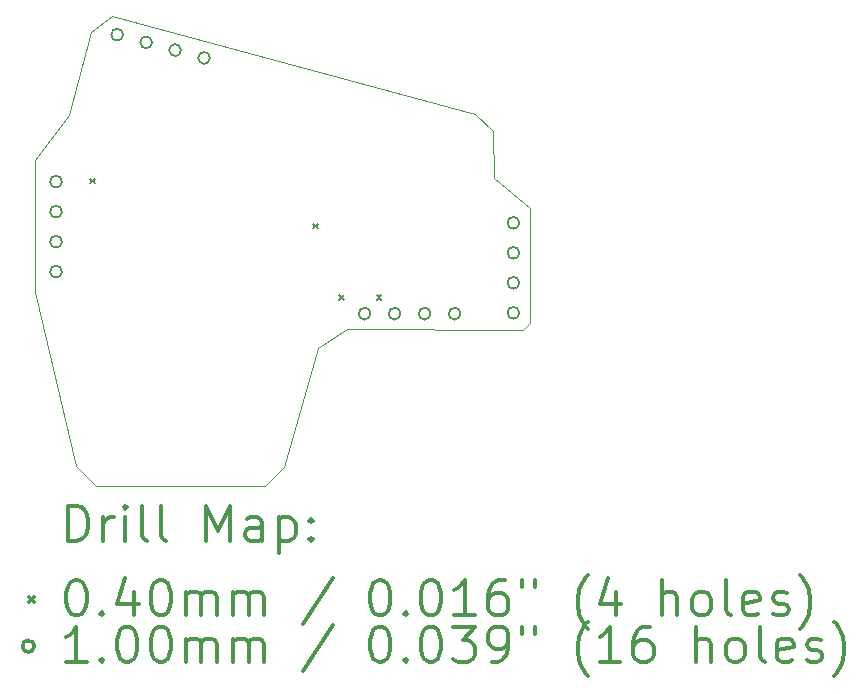
<source format=gbr>
%FSLAX45Y45*%
G04 Gerber Fmt 4.5, Leading zero omitted, Abs format (unit mm)*
G04 Created by KiCad (PCBNEW (5.1.4)-1) date 2023-09-09 05:27:59*
%MOMM*%
%LPD*%
G04 APERTURE LIST*
%ADD10C,0.050000*%
%ADD11C,0.200000*%
%ADD12C,0.300000*%
G04 APERTURE END LIST*
D10*
X-6865125Y-36816943D02*
X-6622125Y-36663943D01*
X-8745125Y-37986943D02*
X-7315125Y-37986943D01*
X-7315125Y-37986943D02*
X-7155125Y-37826943D01*
X-7155125Y-37826943D02*
X-6865125Y-36816943D01*
X-9266270Y-36347075D02*
X-8915125Y-37816943D01*
X-6622125Y-36663943D02*
X-5127980Y-36664473D01*
X-8915125Y-37816943D02*
X-8745125Y-37986943D01*
X-5073509Y-36608864D02*
X-5127980Y-36664473D01*
X-9266125Y-36346943D02*
X-9265596Y-35232941D01*
X-8976724Y-34849596D02*
X-8786120Y-34143027D01*
X-8976724Y-34849596D02*
X-9265596Y-35232941D01*
X-8786120Y-34143027D02*
X-8608823Y-34012429D01*
X-5536125Y-34837148D02*
X-5380301Y-34987247D01*
X-8608823Y-34012429D02*
X-5536125Y-34837148D01*
X-5379118Y-35379366D02*
X-5380301Y-34987247D01*
X-5073899Y-35635660D02*
X-5379118Y-35379366D01*
X-5073509Y-36608864D02*
X-5073899Y-35635660D01*
D11*
X-8796000Y-35386000D02*
X-8756000Y-35426000D01*
X-8756000Y-35386000D02*
X-8796000Y-35426000D01*
X-6910000Y-35767000D02*
X-6870000Y-35807000D01*
X-6870000Y-35767000D02*
X-6910000Y-35807000D01*
X-6685000Y-36372000D02*
X-6645000Y-36412000D01*
X-6645000Y-36372000D02*
X-6685000Y-36412000D01*
X-6369000Y-36372000D02*
X-6329000Y-36412000D01*
X-6329000Y-36372000D02*
X-6369000Y-36412000D01*
X-8516875Y-34167493D02*
G75*
G03X-8516875Y-34167493I-50000J0D01*
G01*
X-8271530Y-34233233D02*
G75*
G03X-8271530Y-34233233I-50000J0D01*
G01*
X-8026184Y-34298973D02*
G75*
G03X-8026184Y-34298973I-50000J0D01*
G01*
X-7780839Y-34364713D02*
G75*
G03X-7780839Y-34364713I-50000J0D01*
G01*
X-5162301Y-35761357D02*
G75*
G03X-5162301Y-35761357I-50000J0D01*
G01*
X-5162301Y-36015357D02*
G75*
G03X-5162301Y-36015357I-50000J0D01*
G01*
X-5162301Y-36269357D02*
G75*
G03X-5162301Y-36269357I-50000J0D01*
G01*
X-5162301Y-36523357D02*
G75*
G03X-5162301Y-36523357I-50000J0D01*
G01*
X-9034551Y-35412910D02*
G75*
G03X-9034551Y-35412910I-50000J0D01*
G01*
X-9034551Y-35666910D02*
G75*
G03X-9034551Y-35666910I-50000J0D01*
G01*
X-9034551Y-35920910D02*
G75*
G03X-9034551Y-35920910I-50000J0D01*
G01*
X-9034551Y-36174910D02*
G75*
G03X-9034551Y-36174910I-50000J0D01*
G01*
X-6421387Y-36530105D02*
G75*
G03X-6421387Y-36530105I-50000J0D01*
G01*
X-6167387Y-36530105D02*
G75*
G03X-6167387Y-36530105I-50000J0D01*
G01*
X-5913387Y-36530105D02*
G75*
G03X-5913387Y-36530105I-50000J0D01*
G01*
X-5659387Y-36530105D02*
G75*
G03X-5659387Y-36530105I-50000J0D01*
G01*
D12*
X-8982342Y-38455157D02*
X-8982342Y-38155157D01*
X-8910913Y-38155157D01*
X-8868056Y-38169443D01*
X-8839484Y-38198014D01*
X-8825199Y-38226586D01*
X-8810913Y-38283728D01*
X-8810913Y-38326586D01*
X-8825199Y-38383728D01*
X-8839484Y-38412300D01*
X-8868056Y-38440871D01*
X-8910913Y-38455157D01*
X-8982342Y-38455157D01*
X-8682342Y-38455157D02*
X-8682342Y-38255157D01*
X-8682342Y-38312300D02*
X-8668056Y-38283728D01*
X-8653770Y-38269443D01*
X-8625199Y-38255157D01*
X-8596627Y-38255157D01*
X-8496627Y-38455157D02*
X-8496627Y-38255157D01*
X-8496627Y-38155157D02*
X-8510913Y-38169443D01*
X-8496627Y-38183728D01*
X-8482342Y-38169443D01*
X-8496627Y-38155157D01*
X-8496627Y-38183728D01*
X-8310913Y-38455157D02*
X-8339484Y-38440871D01*
X-8353770Y-38412300D01*
X-8353770Y-38155157D01*
X-8153770Y-38455157D02*
X-8182342Y-38440871D01*
X-8196627Y-38412300D01*
X-8196627Y-38155157D01*
X-7810913Y-38455157D02*
X-7810913Y-38155157D01*
X-7710913Y-38369443D01*
X-7610913Y-38155157D01*
X-7610913Y-38455157D01*
X-7339484Y-38455157D02*
X-7339484Y-38298014D01*
X-7353770Y-38269443D01*
X-7382342Y-38255157D01*
X-7439484Y-38255157D01*
X-7468056Y-38269443D01*
X-7339484Y-38440871D02*
X-7368056Y-38455157D01*
X-7439484Y-38455157D01*
X-7468056Y-38440871D01*
X-7482342Y-38412300D01*
X-7482342Y-38383728D01*
X-7468056Y-38355157D01*
X-7439484Y-38340871D01*
X-7368056Y-38340871D01*
X-7339484Y-38326586D01*
X-7196627Y-38255157D02*
X-7196627Y-38555157D01*
X-7196627Y-38269443D02*
X-7168056Y-38255157D01*
X-7110913Y-38255157D01*
X-7082342Y-38269443D01*
X-7068056Y-38283728D01*
X-7053770Y-38312300D01*
X-7053770Y-38398014D01*
X-7068056Y-38426586D01*
X-7082342Y-38440871D01*
X-7110913Y-38455157D01*
X-7168056Y-38455157D01*
X-7196627Y-38440871D01*
X-6925199Y-38426586D02*
X-6910913Y-38440871D01*
X-6925199Y-38455157D01*
X-6939484Y-38440871D01*
X-6925199Y-38426586D01*
X-6925199Y-38455157D01*
X-6925199Y-38269443D02*
X-6910913Y-38283728D01*
X-6925199Y-38298014D01*
X-6939484Y-38283728D01*
X-6925199Y-38269443D01*
X-6925199Y-38298014D01*
X-9308770Y-38929443D02*
X-9268770Y-38969443D01*
X-9268770Y-38929443D02*
X-9308770Y-38969443D01*
X-8925199Y-38785157D02*
X-8896627Y-38785157D01*
X-8868056Y-38799443D01*
X-8853770Y-38813728D01*
X-8839484Y-38842300D01*
X-8825199Y-38899443D01*
X-8825199Y-38970871D01*
X-8839484Y-39028014D01*
X-8853770Y-39056586D01*
X-8868056Y-39070871D01*
X-8896627Y-39085157D01*
X-8925199Y-39085157D01*
X-8953770Y-39070871D01*
X-8968056Y-39056586D01*
X-8982342Y-39028014D01*
X-8996627Y-38970871D01*
X-8996627Y-38899443D01*
X-8982342Y-38842300D01*
X-8968056Y-38813728D01*
X-8953770Y-38799443D01*
X-8925199Y-38785157D01*
X-8696627Y-39056586D02*
X-8682342Y-39070871D01*
X-8696627Y-39085157D01*
X-8710913Y-39070871D01*
X-8696627Y-39056586D01*
X-8696627Y-39085157D01*
X-8425199Y-38885157D02*
X-8425199Y-39085157D01*
X-8496627Y-38770871D02*
X-8568056Y-38985157D01*
X-8382342Y-38985157D01*
X-8210913Y-38785157D02*
X-8182342Y-38785157D01*
X-8153770Y-38799443D01*
X-8139484Y-38813728D01*
X-8125199Y-38842300D01*
X-8110913Y-38899443D01*
X-8110913Y-38970871D01*
X-8125199Y-39028014D01*
X-8139484Y-39056586D01*
X-8153770Y-39070871D01*
X-8182342Y-39085157D01*
X-8210913Y-39085157D01*
X-8239484Y-39070871D01*
X-8253770Y-39056586D01*
X-8268056Y-39028014D01*
X-8282342Y-38970871D01*
X-8282342Y-38899443D01*
X-8268056Y-38842300D01*
X-8253770Y-38813728D01*
X-8239484Y-38799443D01*
X-8210913Y-38785157D01*
X-7982342Y-39085157D02*
X-7982342Y-38885157D01*
X-7982342Y-38913728D02*
X-7968056Y-38899443D01*
X-7939484Y-38885157D01*
X-7896627Y-38885157D01*
X-7868056Y-38899443D01*
X-7853770Y-38928014D01*
X-7853770Y-39085157D01*
X-7853770Y-38928014D02*
X-7839484Y-38899443D01*
X-7810913Y-38885157D01*
X-7768056Y-38885157D01*
X-7739484Y-38899443D01*
X-7725199Y-38928014D01*
X-7725199Y-39085157D01*
X-7582342Y-39085157D02*
X-7582342Y-38885157D01*
X-7582342Y-38913728D02*
X-7568056Y-38899443D01*
X-7539484Y-38885157D01*
X-7496627Y-38885157D01*
X-7468056Y-38899443D01*
X-7453770Y-38928014D01*
X-7453770Y-39085157D01*
X-7453770Y-38928014D02*
X-7439484Y-38899443D01*
X-7410913Y-38885157D01*
X-7368056Y-38885157D01*
X-7339484Y-38899443D01*
X-7325199Y-38928014D01*
X-7325199Y-39085157D01*
X-6739484Y-38770871D02*
X-6996627Y-39156586D01*
X-6353770Y-38785157D02*
X-6325199Y-38785157D01*
X-6296627Y-38799443D01*
X-6282342Y-38813728D01*
X-6268056Y-38842300D01*
X-6253770Y-38899443D01*
X-6253770Y-38970871D01*
X-6268056Y-39028014D01*
X-6282342Y-39056586D01*
X-6296627Y-39070871D01*
X-6325199Y-39085157D01*
X-6353770Y-39085157D01*
X-6382342Y-39070871D01*
X-6396627Y-39056586D01*
X-6410913Y-39028014D01*
X-6425199Y-38970871D01*
X-6425199Y-38899443D01*
X-6410913Y-38842300D01*
X-6396627Y-38813728D01*
X-6382342Y-38799443D01*
X-6353770Y-38785157D01*
X-6125199Y-39056586D02*
X-6110913Y-39070871D01*
X-6125199Y-39085157D01*
X-6139484Y-39070871D01*
X-6125199Y-39056586D01*
X-6125199Y-39085157D01*
X-5925199Y-38785157D02*
X-5896627Y-38785157D01*
X-5868056Y-38799443D01*
X-5853770Y-38813728D01*
X-5839484Y-38842300D01*
X-5825199Y-38899443D01*
X-5825199Y-38970871D01*
X-5839484Y-39028014D01*
X-5853770Y-39056586D01*
X-5868056Y-39070871D01*
X-5896627Y-39085157D01*
X-5925199Y-39085157D01*
X-5953770Y-39070871D01*
X-5968056Y-39056586D01*
X-5982342Y-39028014D01*
X-5996627Y-38970871D01*
X-5996627Y-38899443D01*
X-5982342Y-38842300D01*
X-5968056Y-38813728D01*
X-5953770Y-38799443D01*
X-5925199Y-38785157D01*
X-5539484Y-39085157D02*
X-5710913Y-39085157D01*
X-5625199Y-39085157D02*
X-5625199Y-38785157D01*
X-5653770Y-38828014D01*
X-5682342Y-38856586D01*
X-5710913Y-38870871D01*
X-5282342Y-38785157D02*
X-5339484Y-38785157D01*
X-5368056Y-38799443D01*
X-5382342Y-38813728D01*
X-5410913Y-38856586D01*
X-5425199Y-38913728D01*
X-5425199Y-39028014D01*
X-5410913Y-39056586D01*
X-5396627Y-39070871D01*
X-5368056Y-39085157D01*
X-5310913Y-39085157D01*
X-5282342Y-39070871D01*
X-5268056Y-39056586D01*
X-5253770Y-39028014D01*
X-5253770Y-38956586D01*
X-5268056Y-38928014D01*
X-5282342Y-38913728D01*
X-5310913Y-38899443D01*
X-5368056Y-38899443D01*
X-5396627Y-38913728D01*
X-5410913Y-38928014D01*
X-5425199Y-38956586D01*
X-5139484Y-38785157D02*
X-5139484Y-38842300D01*
X-5025199Y-38785157D02*
X-5025199Y-38842300D01*
X-4582342Y-39199443D02*
X-4596627Y-39185157D01*
X-4625199Y-39142300D01*
X-4639484Y-39113728D01*
X-4653770Y-39070871D01*
X-4668056Y-38999443D01*
X-4668056Y-38942300D01*
X-4653770Y-38870871D01*
X-4639484Y-38828014D01*
X-4625199Y-38799443D01*
X-4596627Y-38756586D01*
X-4582342Y-38742300D01*
X-4339484Y-38885157D02*
X-4339484Y-39085157D01*
X-4410913Y-38770871D02*
X-4482342Y-38985157D01*
X-4296627Y-38985157D01*
X-3953770Y-39085157D02*
X-3953770Y-38785157D01*
X-3825199Y-39085157D02*
X-3825199Y-38928014D01*
X-3839484Y-38899443D01*
X-3868056Y-38885157D01*
X-3910913Y-38885157D01*
X-3939484Y-38899443D01*
X-3953770Y-38913728D01*
X-3639484Y-39085157D02*
X-3668056Y-39070871D01*
X-3682342Y-39056586D01*
X-3696627Y-39028014D01*
X-3696627Y-38942300D01*
X-3682342Y-38913728D01*
X-3668056Y-38899443D01*
X-3639484Y-38885157D01*
X-3596627Y-38885157D01*
X-3568056Y-38899443D01*
X-3553770Y-38913728D01*
X-3539484Y-38942300D01*
X-3539484Y-39028014D01*
X-3553770Y-39056586D01*
X-3568056Y-39070871D01*
X-3596627Y-39085157D01*
X-3639484Y-39085157D01*
X-3368056Y-39085157D02*
X-3396627Y-39070871D01*
X-3410913Y-39042300D01*
X-3410913Y-38785157D01*
X-3139484Y-39070871D02*
X-3168056Y-39085157D01*
X-3225199Y-39085157D01*
X-3253770Y-39070871D01*
X-3268056Y-39042300D01*
X-3268056Y-38928014D01*
X-3253770Y-38899443D01*
X-3225199Y-38885157D01*
X-3168056Y-38885157D01*
X-3139484Y-38899443D01*
X-3125199Y-38928014D01*
X-3125199Y-38956586D01*
X-3268056Y-38985157D01*
X-3010913Y-39070871D02*
X-2982342Y-39085157D01*
X-2925199Y-39085157D01*
X-2896627Y-39070871D01*
X-2882342Y-39042300D01*
X-2882342Y-39028014D01*
X-2896627Y-38999443D01*
X-2925199Y-38985157D01*
X-2968056Y-38985157D01*
X-2996627Y-38970871D01*
X-3010913Y-38942300D01*
X-3010913Y-38928014D01*
X-2996627Y-38899443D01*
X-2968056Y-38885157D01*
X-2925199Y-38885157D01*
X-2896627Y-38899443D01*
X-2782342Y-39199443D02*
X-2768056Y-39185157D01*
X-2739484Y-39142300D01*
X-2725199Y-39113728D01*
X-2710913Y-39070871D01*
X-2696627Y-38999443D01*
X-2696627Y-38942300D01*
X-2710913Y-38870871D01*
X-2725199Y-38828014D01*
X-2739484Y-38799443D01*
X-2768056Y-38756586D01*
X-2782342Y-38742300D01*
X-9268770Y-39345443D02*
G75*
G03X-9268770Y-39345443I-50000J0D01*
G01*
X-8825199Y-39481157D02*
X-8996627Y-39481157D01*
X-8910913Y-39481157D02*
X-8910913Y-39181157D01*
X-8939484Y-39224014D01*
X-8968056Y-39252586D01*
X-8996627Y-39266871D01*
X-8696627Y-39452586D02*
X-8682342Y-39466871D01*
X-8696627Y-39481157D01*
X-8710913Y-39466871D01*
X-8696627Y-39452586D01*
X-8696627Y-39481157D01*
X-8496627Y-39181157D02*
X-8468056Y-39181157D01*
X-8439484Y-39195443D01*
X-8425199Y-39209728D01*
X-8410913Y-39238300D01*
X-8396627Y-39295443D01*
X-8396627Y-39366871D01*
X-8410913Y-39424014D01*
X-8425199Y-39452586D01*
X-8439484Y-39466871D01*
X-8468056Y-39481157D01*
X-8496627Y-39481157D01*
X-8525199Y-39466871D01*
X-8539484Y-39452586D01*
X-8553770Y-39424014D01*
X-8568056Y-39366871D01*
X-8568056Y-39295443D01*
X-8553770Y-39238300D01*
X-8539484Y-39209728D01*
X-8525199Y-39195443D01*
X-8496627Y-39181157D01*
X-8210913Y-39181157D02*
X-8182342Y-39181157D01*
X-8153770Y-39195443D01*
X-8139484Y-39209728D01*
X-8125199Y-39238300D01*
X-8110913Y-39295443D01*
X-8110913Y-39366871D01*
X-8125199Y-39424014D01*
X-8139484Y-39452586D01*
X-8153770Y-39466871D01*
X-8182342Y-39481157D01*
X-8210913Y-39481157D01*
X-8239484Y-39466871D01*
X-8253770Y-39452586D01*
X-8268056Y-39424014D01*
X-8282342Y-39366871D01*
X-8282342Y-39295443D01*
X-8268056Y-39238300D01*
X-8253770Y-39209728D01*
X-8239484Y-39195443D01*
X-8210913Y-39181157D01*
X-7982342Y-39481157D02*
X-7982342Y-39281157D01*
X-7982342Y-39309728D02*
X-7968056Y-39295443D01*
X-7939484Y-39281157D01*
X-7896627Y-39281157D01*
X-7868056Y-39295443D01*
X-7853770Y-39324014D01*
X-7853770Y-39481157D01*
X-7853770Y-39324014D02*
X-7839484Y-39295443D01*
X-7810913Y-39281157D01*
X-7768056Y-39281157D01*
X-7739484Y-39295443D01*
X-7725199Y-39324014D01*
X-7725199Y-39481157D01*
X-7582342Y-39481157D02*
X-7582342Y-39281157D01*
X-7582342Y-39309728D02*
X-7568056Y-39295443D01*
X-7539484Y-39281157D01*
X-7496627Y-39281157D01*
X-7468056Y-39295443D01*
X-7453770Y-39324014D01*
X-7453770Y-39481157D01*
X-7453770Y-39324014D02*
X-7439484Y-39295443D01*
X-7410913Y-39281157D01*
X-7368056Y-39281157D01*
X-7339484Y-39295443D01*
X-7325199Y-39324014D01*
X-7325199Y-39481157D01*
X-6739484Y-39166871D02*
X-6996627Y-39552586D01*
X-6353770Y-39181157D02*
X-6325199Y-39181157D01*
X-6296627Y-39195443D01*
X-6282342Y-39209728D01*
X-6268056Y-39238300D01*
X-6253770Y-39295443D01*
X-6253770Y-39366871D01*
X-6268056Y-39424014D01*
X-6282342Y-39452586D01*
X-6296627Y-39466871D01*
X-6325199Y-39481157D01*
X-6353770Y-39481157D01*
X-6382342Y-39466871D01*
X-6396627Y-39452586D01*
X-6410913Y-39424014D01*
X-6425199Y-39366871D01*
X-6425199Y-39295443D01*
X-6410913Y-39238300D01*
X-6396627Y-39209728D01*
X-6382342Y-39195443D01*
X-6353770Y-39181157D01*
X-6125199Y-39452586D02*
X-6110913Y-39466871D01*
X-6125199Y-39481157D01*
X-6139484Y-39466871D01*
X-6125199Y-39452586D01*
X-6125199Y-39481157D01*
X-5925199Y-39181157D02*
X-5896627Y-39181157D01*
X-5868056Y-39195443D01*
X-5853770Y-39209728D01*
X-5839484Y-39238300D01*
X-5825199Y-39295443D01*
X-5825199Y-39366871D01*
X-5839484Y-39424014D01*
X-5853770Y-39452586D01*
X-5868056Y-39466871D01*
X-5896627Y-39481157D01*
X-5925199Y-39481157D01*
X-5953770Y-39466871D01*
X-5968056Y-39452586D01*
X-5982342Y-39424014D01*
X-5996627Y-39366871D01*
X-5996627Y-39295443D01*
X-5982342Y-39238300D01*
X-5968056Y-39209728D01*
X-5953770Y-39195443D01*
X-5925199Y-39181157D01*
X-5725199Y-39181157D02*
X-5539484Y-39181157D01*
X-5639484Y-39295443D01*
X-5596627Y-39295443D01*
X-5568056Y-39309728D01*
X-5553770Y-39324014D01*
X-5539484Y-39352586D01*
X-5539484Y-39424014D01*
X-5553770Y-39452586D01*
X-5568056Y-39466871D01*
X-5596627Y-39481157D01*
X-5682342Y-39481157D01*
X-5710913Y-39466871D01*
X-5725199Y-39452586D01*
X-5396627Y-39481157D02*
X-5339484Y-39481157D01*
X-5310913Y-39466871D01*
X-5296627Y-39452586D01*
X-5268056Y-39409728D01*
X-5253770Y-39352586D01*
X-5253770Y-39238300D01*
X-5268056Y-39209728D01*
X-5282342Y-39195443D01*
X-5310913Y-39181157D01*
X-5368056Y-39181157D01*
X-5396627Y-39195443D01*
X-5410913Y-39209728D01*
X-5425199Y-39238300D01*
X-5425199Y-39309728D01*
X-5410913Y-39338300D01*
X-5396627Y-39352586D01*
X-5368056Y-39366871D01*
X-5310913Y-39366871D01*
X-5282342Y-39352586D01*
X-5268056Y-39338300D01*
X-5253770Y-39309728D01*
X-5139484Y-39181157D02*
X-5139484Y-39238300D01*
X-5025199Y-39181157D02*
X-5025199Y-39238300D01*
X-4582342Y-39595443D02*
X-4596627Y-39581157D01*
X-4625199Y-39538300D01*
X-4639484Y-39509728D01*
X-4653770Y-39466871D01*
X-4668056Y-39395443D01*
X-4668056Y-39338300D01*
X-4653770Y-39266871D01*
X-4639484Y-39224014D01*
X-4625199Y-39195443D01*
X-4596627Y-39152586D01*
X-4582342Y-39138300D01*
X-4310913Y-39481157D02*
X-4482342Y-39481157D01*
X-4396627Y-39481157D02*
X-4396627Y-39181157D01*
X-4425199Y-39224014D01*
X-4453770Y-39252586D01*
X-4482342Y-39266871D01*
X-4053770Y-39181157D02*
X-4110913Y-39181157D01*
X-4139484Y-39195443D01*
X-4153770Y-39209728D01*
X-4182342Y-39252586D01*
X-4196627Y-39309728D01*
X-4196627Y-39424014D01*
X-4182342Y-39452586D01*
X-4168056Y-39466871D01*
X-4139484Y-39481157D01*
X-4082342Y-39481157D01*
X-4053770Y-39466871D01*
X-4039484Y-39452586D01*
X-4025199Y-39424014D01*
X-4025199Y-39352586D01*
X-4039484Y-39324014D01*
X-4053770Y-39309728D01*
X-4082342Y-39295443D01*
X-4139484Y-39295443D01*
X-4168056Y-39309728D01*
X-4182342Y-39324014D01*
X-4196627Y-39352586D01*
X-3668056Y-39481157D02*
X-3668056Y-39181157D01*
X-3539484Y-39481157D02*
X-3539484Y-39324014D01*
X-3553770Y-39295443D01*
X-3582342Y-39281157D01*
X-3625199Y-39281157D01*
X-3653770Y-39295443D01*
X-3668056Y-39309728D01*
X-3353770Y-39481157D02*
X-3382342Y-39466871D01*
X-3396627Y-39452586D01*
X-3410913Y-39424014D01*
X-3410913Y-39338300D01*
X-3396627Y-39309728D01*
X-3382342Y-39295443D01*
X-3353770Y-39281157D01*
X-3310913Y-39281157D01*
X-3282342Y-39295443D01*
X-3268056Y-39309728D01*
X-3253770Y-39338300D01*
X-3253770Y-39424014D01*
X-3268056Y-39452586D01*
X-3282342Y-39466871D01*
X-3310913Y-39481157D01*
X-3353770Y-39481157D01*
X-3082342Y-39481157D02*
X-3110913Y-39466871D01*
X-3125199Y-39438300D01*
X-3125199Y-39181157D01*
X-2853770Y-39466871D02*
X-2882342Y-39481157D01*
X-2939484Y-39481157D01*
X-2968056Y-39466871D01*
X-2982342Y-39438300D01*
X-2982342Y-39324014D01*
X-2968056Y-39295443D01*
X-2939484Y-39281157D01*
X-2882342Y-39281157D01*
X-2853770Y-39295443D01*
X-2839484Y-39324014D01*
X-2839484Y-39352586D01*
X-2982342Y-39381157D01*
X-2725199Y-39466871D02*
X-2696627Y-39481157D01*
X-2639484Y-39481157D01*
X-2610913Y-39466871D01*
X-2596627Y-39438300D01*
X-2596627Y-39424014D01*
X-2610913Y-39395443D01*
X-2639484Y-39381157D01*
X-2682342Y-39381157D01*
X-2710913Y-39366871D01*
X-2725199Y-39338300D01*
X-2725199Y-39324014D01*
X-2710913Y-39295443D01*
X-2682342Y-39281157D01*
X-2639484Y-39281157D01*
X-2610913Y-39295443D01*
X-2496627Y-39595443D02*
X-2482342Y-39581157D01*
X-2453770Y-39538300D01*
X-2439484Y-39509728D01*
X-2425199Y-39466871D01*
X-2410913Y-39395443D01*
X-2410913Y-39338300D01*
X-2425199Y-39266871D01*
X-2439484Y-39224014D01*
X-2453770Y-39195443D01*
X-2482342Y-39152586D01*
X-2496627Y-39138300D01*
M02*

</source>
